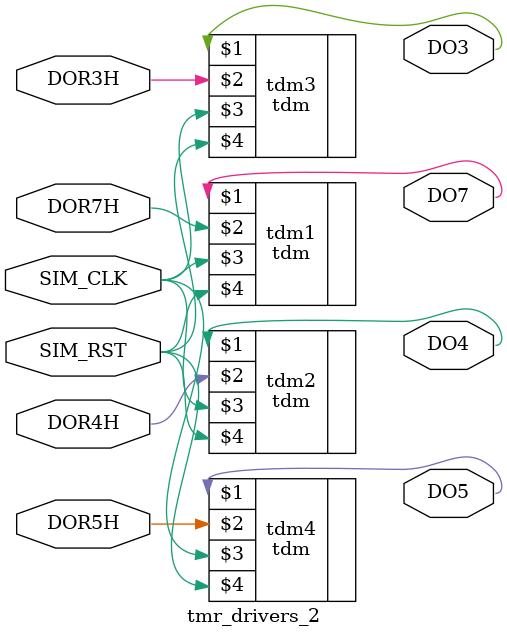
<source format=v>
`timescale 1ns/1ps
`default_nettype none

module tmr_drivers_2(
    input wire SIM_CLK,
    input wire SIM_RST,

    input wire DOR3H,
    input wire DOR4H,
    input wire DOR5H,
    input wire DOR7H,

    output wire DO3,
    output wire DO4,
    output wire DO5,
    output wire DO7
);

// 10-39
tdm tdm1(DO7, DOR7H, SIM_CLK, SIM_RST);
tdm tdm2(DO4, DOR4H, SIM_CLK, SIM_RST);
tdm tdm3(DO3, DOR3H, SIM_CLK, SIM_RST);
tdm tdm4(DO5, DOR5H, SIM_CLK, SIM_RST);

endmodule
`default_nettype wire

</source>
